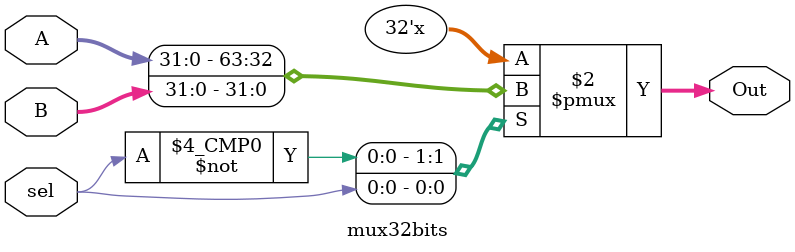
<source format=v>
`timescale 1ns / 1ps
module mux32bits(
    input [31:0] A,
    input [31:0] B,
	 input sel,
    output reg[31:0] Out
    );
	always @(sel or A or B)
	begin
	case(sel)
	1'b0: begin Out<=A; end
	1'b1: begin Out<=B; end
	default: begin Out=32'bxxxx_xxxx_xxxx_xxxx_xxxx_xxxx_xxxx_xxxx; end
	endcase
	end
endmodule

</source>
